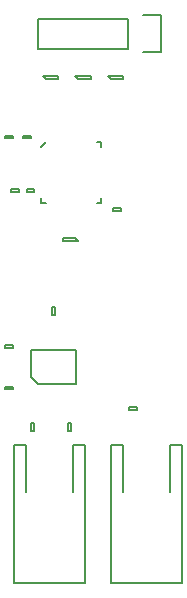
<source format=gto>
G04 #@! TF.FileFunction,Legend,Top*
%FSLAX46Y46*%
G04 Gerber Fmt 4.6, Leading zero omitted, Abs format (unit mm)*
G04 Created by KiCad (PCBNEW 4.0.2-4+6225~38~ubuntu15.10.1-stable) date Mon 28 Mar 2016 00:38:38 BST*
%MOMM*%
G01*
G04 APERTURE LIST*
%ADD10C,0.100000*%
%ADD11C,0.150000*%
G04 APERTURE END LIST*
D10*
D11*
X116675000Y-94625000D02*
X116675000Y-94375000D01*
X116675000Y-94375000D02*
X117325000Y-94375000D01*
X117325000Y-94375000D02*
X117325000Y-94625000D01*
X117325000Y-94625000D02*
X116675000Y-94625000D01*
X116675000Y-76875000D02*
X116675000Y-76625000D01*
X116675000Y-76625000D02*
X117325000Y-76625000D01*
X117325000Y-76625000D02*
X117325000Y-76875000D01*
X117325000Y-76875000D02*
X116675000Y-76875000D01*
X118175000Y-76875000D02*
X118175000Y-76625000D01*
X118175000Y-76625000D02*
X118825000Y-76625000D01*
X118825000Y-76625000D02*
X118825000Y-76875000D01*
X118825000Y-76875000D02*
X118175000Y-76875000D01*
X119125000Y-81175000D02*
X119125000Y-81425000D01*
X119125000Y-81425000D02*
X118475000Y-81425000D01*
X118475000Y-81425000D02*
X118475000Y-81175000D01*
X118475000Y-81175000D02*
X119125000Y-81175000D01*
X126425000Y-82775000D02*
X126425000Y-83025000D01*
X126425000Y-83025000D02*
X125775000Y-83025000D01*
X125775000Y-83025000D02*
X125775000Y-82775000D01*
X125775000Y-82775000D02*
X126425000Y-82775000D01*
X127825000Y-99625000D02*
X127825000Y-99875000D01*
X127825000Y-99875000D02*
X127175000Y-99875000D01*
X127175000Y-99875000D02*
X127175000Y-99625000D01*
X127175000Y-99625000D02*
X127825000Y-99625000D01*
X120625000Y-91175000D02*
X120875000Y-91175000D01*
X120875000Y-91175000D02*
X120875000Y-91825000D01*
X120875000Y-91825000D02*
X120625000Y-91825000D01*
X120625000Y-91825000D02*
X120625000Y-91175000D01*
X118845000Y-97075000D02*
X118845000Y-94825000D01*
X118845000Y-94825000D02*
X122655000Y-94825000D01*
X122655000Y-94825000D02*
X122655000Y-97675000D01*
X122655000Y-97675000D02*
X119445000Y-97675000D01*
X119445000Y-97675000D02*
X118845000Y-97075000D01*
X123400000Y-114500000D02*
X117400000Y-114500000D01*
X117400000Y-114500000D02*
X117400000Y-102800000D01*
X117400000Y-102800000D02*
X118400000Y-102800000D01*
X118400000Y-102800000D02*
X118400000Y-106800000D01*
X123400000Y-114500000D02*
X123400000Y-102800000D01*
X123400000Y-102800000D02*
X122400000Y-102800000D01*
X122400000Y-102800000D02*
X122400000Y-106800000D01*
X131600000Y-114500000D02*
X125600000Y-114500000D01*
X125600000Y-114500000D02*
X125600000Y-102800000D01*
X125600000Y-102800000D02*
X126600000Y-102800000D01*
X126600000Y-102800000D02*
X126600000Y-106800000D01*
X131600000Y-114500000D02*
X131600000Y-102800000D01*
X131600000Y-102800000D02*
X130600000Y-102800000D01*
X130600000Y-102800000D02*
X130600000Y-106800000D01*
X127060000Y-66730000D02*
X119440000Y-66730000D01*
X127060000Y-69270000D02*
X119440000Y-69270000D01*
X129880000Y-69550000D02*
X128330000Y-69550000D01*
X119440000Y-66730000D02*
X119440000Y-69270000D01*
X127060000Y-69270000D02*
X127060000Y-66730000D01*
X128330000Y-66450000D02*
X129880000Y-66450000D01*
X129880000Y-66450000D02*
X129880000Y-69550000D01*
X117325000Y-97875000D02*
X117325000Y-98125000D01*
X117325000Y-98125000D02*
X116675000Y-98125000D01*
X116675000Y-98125000D02*
X116675000Y-97875000D01*
X116675000Y-97875000D02*
X117325000Y-97875000D01*
X119700000Y-77600000D02*
X120100000Y-77200000D01*
X124400000Y-77200000D02*
X124800000Y-77200000D01*
X124800000Y-77200000D02*
X124800000Y-77600000D01*
X124400000Y-82300000D02*
X124800000Y-82300000D01*
X124800000Y-82300000D02*
X124800000Y-81900000D01*
X120100000Y-82300000D02*
X119700000Y-82300000D01*
X119700000Y-82300000D02*
X119700000Y-81900000D01*
X125350000Y-71625000D02*
X125350000Y-71625000D01*
X125350000Y-71625000D02*
X126650000Y-71625000D01*
X126650000Y-71625000D02*
X126650000Y-71875000D01*
X126650000Y-71875000D02*
X125600000Y-71875000D01*
X125600000Y-71875000D02*
X125350000Y-71625000D01*
X122600000Y-71625000D02*
X122600000Y-71625000D01*
X122600000Y-71625000D02*
X123900000Y-71625000D01*
X123900000Y-71625000D02*
X123900000Y-71875000D01*
X123900000Y-71875000D02*
X122850000Y-71875000D01*
X122850000Y-71875000D02*
X122600000Y-71625000D01*
X119850000Y-71625000D02*
X119850000Y-71625000D01*
X119850000Y-71625000D02*
X121150000Y-71625000D01*
X121150000Y-71625000D02*
X121150000Y-71875000D01*
X121150000Y-71875000D02*
X120100000Y-71875000D01*
X120100000Y-71875000D02*
X119850000Y-71625000D01*
X122850000Y-85525000D02*
X122850000Y-85525000D01*
X122850000Y-85525000D02*
X121550000Y-85525000D01*
X121550000Y-85525000D02*
X121550000Y-85275000D01*
X121550000Y-85275000D02*
X122600000Y-85275000D01*
X122600000Y-85275000D02*
X122850000Y-85525000D01*
X117825000Y-81175000D02*
X117825000Y-81425000D01*
X117825000Y-81425000D02*
X117175000Y-81425000D01*
X117175000Y-81425000D02*
X117175000Y-81175000D01*
X117175000Y-81175000D02*
X117825000Y-81175000D01*
X121975000Y-100975000D02*
X122225000Y-100975000D01*
X122225000Y-100975000D02*
X122225000Y-101625000D01*
X122225000Y-101625000D02*
X121975000Y-101625000D01*
X121975000Y-101625000D02*
X121975000Y-100975000D01*
X118875000Y-100975000D02*
X119125000Y-100975000D01*
X119125000Y-100975000D02*
X119125000Y-101625000D01*
X119125000Y-101625000D02*
X118875000Y-101625000D01*
X118875000Y-101625000D02*
X118875000Y-100975000D01*
M02*

</source>
